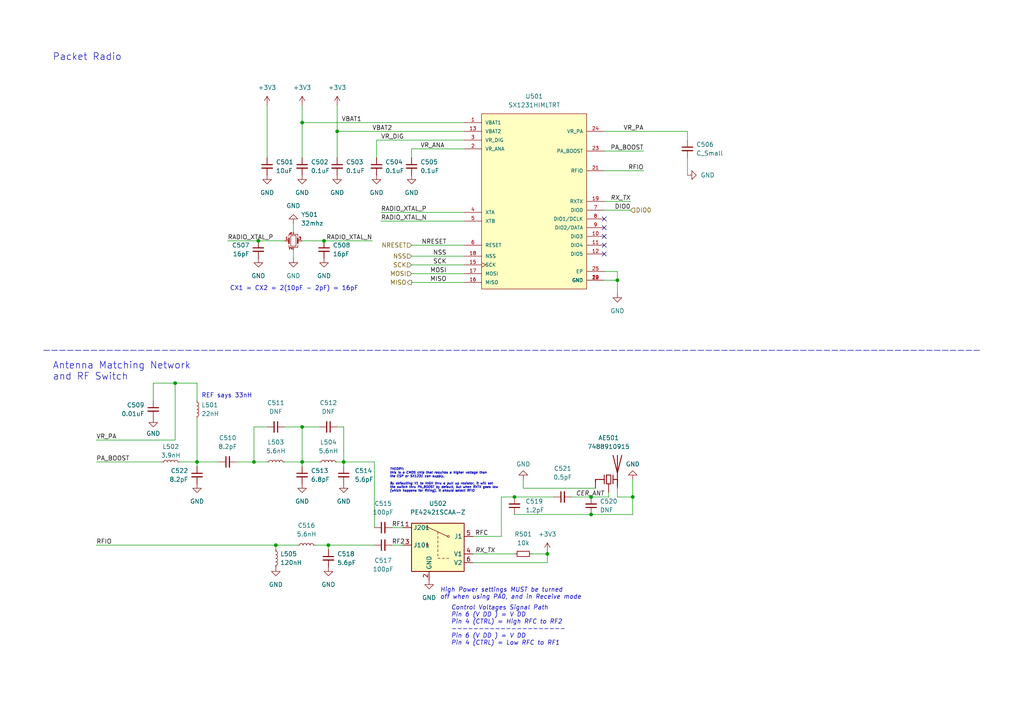
<source format=kicad_sch>
(kicad_sch (version 20211123) (generator eeschema)
  (paper "A4")
  (title_block (title "CAN RGB Controller V5") (date "2022-06-24") (rev "A") (company "cone.codes") (comment 1 "https://github.com/miata-bot/can-link"))
  (lib_symbols
    (symbol "ConeCodes:7488910915" (pin_numbers hide) (pin_names (offset 1.016) hide)
      (property "Reference" "AE?" (at 5.08 3.8101 0))
      (property "Value" "7488910915" (at 5.08 1.2701 0))
      (symbol "7488910915_0_1"
        (polyline (pts (xy -3.81 0) (xy -3.81 -0.635)) (stroke (width 0.254)))
        (polyline (pts (xy -3.81 0) (xy -2.54 0)) (stroke (width 0.254)))
        (polyline (pts (xy -2.54 0) (xy -1.27 0)) (stroke (width 0.254)))
        (polyline (pts (xy 1.27 0) (xy 2.54 0)) (stroke (width 0.254)))
        (polyline (pts (xy 1.27 1.27) (xy 1.27 -1.27)) (stroke (width 0.254)))
        (polyline (pts (xy 2.54 -0.635) (xy 2.54 0)))
        (polyline (pts (xy 2.54 6.985) (xy 2.54 -1.905)) (stroke (width 0.254)))
        (polyline (pts (xy -1.27 1.27) (xy -1.27 -1.27) (xy -1.27 0)) (stroke (width 0.254)))
        (polyline (pts (xy 3.81 6.985) (xy 2.54 1.905) (xy 1.27 6.985)) (stroke (width 0.254)))
        (polyline (pts (xy -0.635 1.27) (xy 0.635 1.27) (xy 0.635 -1.27) (xy -0.635 -1.27) (xy -0.635 1.27)) (stroke (width 0.254)))
      )
      (symbol "7488910915_1_1"
        (pin passive line (at -3.81 -2.54 90) (length 2.54) (name "PCB_Trace") (number "1"))
        (pin passive line (at 2.54 -2.54 90) (length 2.54) (name "PCB_Trace") (number "2"))
        (pin input line (at 0 -3.81 90) (length 2.54) (name "FEED") (number "3"))
      )
    )
    (symbol "ConeCodes:SX1231HIMLTRT" (pin_names (offset 1.016))
      (property "Reference" "U?" (at 0 33.02 0))
      (property "Value" "SX1231HIMLTRT" (at 0 30.48 0))
      (property "MPN" "SX1231HIMLTRT" (at 0 27.94 0))
      (symbol "SX1231HIMLTRT_0_0"
        (rectangle (start -15.24 -25.4) (end 15.24 25.4) (stroke (width 0.1524)) (fill (type background)))
        (pin power_in line (at -20.32 22.86 0) (length 5.08) (name "VBAT1") (number "1"))
        (pin bidirectional line (at 20.32 -10.16 180) (length 5.08) (name "DIO3") (number "10"))
        (pin bidirectional line (at 20.32 -12.7 180) (length 5.08) (name "DIO4") (number "11"))
        (pin bidirectional line (at 20.32 -15.24 180) (length 5.08) (name "DIO5") (number "12"))
        (pin power_in line (at -20.32 20.32 0) (length 5.08) (name "VBAT2") (number "13"))
        (pin power_in line (at 20.32 -22.86 180) (length 5.08) (name "GND") (number "14"))
        (pin input clock (at -20.32 -18.415 0) (length 5.08) (name "SCK") (number "15"))
        (pin output line (at -20.32 -23.495 0) (length 5.08) (name "MISO") (number "16"))
        (pin input line (at -20.32 -20.955 0) (length 5.08) (name "MOSI") (number "17"))
        (pin input line (at -20.32 -15.875 0) (length 5.08) (name "NSS") (number "18"))
        (pin output line (at 20.32 0 180) (length 5.08) (name "RXTX") (number "19"))
        (pin power_in line (at -20.32 15.24 0) (length 5.08) (name "VR_ANA") (number "2"))
        (pin power_in line (at 20.32 -22.86 180) (length 5.08) (name "GND") (number "20"))
        (pin bidirectional line (at 20.32 8.89 180) (length 5.08) (name "RFIO") (number "21"))
        (pin power_in line (at 20.32 -22.86 180) (length 5.08) (name "GND") (number "22"))
        (pin output line (at 20.32 14.605 180) (length 5.08) (name "PA_BOOST") (number "23"))
        (pin power_in line (at 20.32 20.32 180) (length 5.08) (name "VR_PA") (number "24"))
        (pin power_in line (at 20.32 -20.32 180) (length 5.08) (name "EP") (number "25"))
        (pin power_in line (at -20.32 17.78 0) (length 5.08) (name "VR_DIG") (number "3"))
        (pin bidirectional line (at -20.32 -3.175 0) (length 5.08) (name "XTA") (number "4"))
        (pin bidirectional line (at -20.32 -5.715 0) (length 5.08) (name "XTB") (number "5"))
        (pin bidirectional line (at -20.32 -12.7 0) (length 5.08) (name "RESET") (number "6"))
        (pin bidirectional line (at 20.32 -2.54 180) (length 5.08) (name "DIO0") (number "7"))
        (pin bidirectional line (at 20.32 -5.08 180) (length 5.08) (name "DIO1/DCLK") (number "8"))
        (pin bidirectional line (at 20.32 -7.62 180) (length 5.08) (name "DIO2/DATA") (number "9"))
      )
    )
    (symbol "Device:C_Small" (pin_numbers hide) (pin_names (offset 0.254) hide)
      (property "Reference" "C" (at 0.254 1.778 0))
      (property "Value" "C_Small" (at 0.254 -2.032 0))
      (symbol "C_Small_0_1"
        (polyline (pts (xy -1.524 -0.508) (xy 1.524 -0.508)) (stroke (width 0.3302)))
        (polyline (pts (xy -1.524 0.508) (xy 1.524 0.508)) (stroke (width 0.3048)))
      )
      (symbol "C_Small_1_1"
        (pin passive line (at 0 2.54 270) (length 2.032) (name "~") (number "1"))
        (pin passive line (at 0 -2.54 90) (length 2.032) (name "~") (number "2"))
      )
    )
    (symbol "Device:Crystal_GND24_Small" (pin_names (offset 1.016) hide)
      (property "Reference" "Y" (at 1.27 4.445 0))
      (property "Value" "Crystal_GND24_Small" (at 1.27 2.54 0))
      (symbol "Crystal_GND24_Small_0_1"
        (rectangle (start -0.762 -1.524) (end 0.762 1.524))
        (polyline (pts (xy -1.27 -0.762) (xy -1.27 0.762)) (stroke (width 0.381)))
        (polyline (pts (xy 1.27 -0.762) (xy 1.27 0.762)) (stroke (width 0.381)))
        (polyline (pts (xy -1.27 -1.27) (xy -1.27 -1.905) (xy 1.27 -1.905) (xy 1.27 -1.27)))
        (polyline (pts (xy -1.27 1.27) (xy -1.27 1.905) (xy 1.27 1.905) (xy 1.27 1.27)))
      )
      (symbol "Crystal_GND24_Small_1_1"
        (pin passive line (at -2.54 0 0) (length 1.27) (name "1") (number "1"))
        (pin passive line (at 0 -2.54 90) (length 0.635) (name "2") (number "2"))
        (pin passive line (at 2.54 0 180) (length 1.27) (name "3") (number "3"))
        (pin passive line (at 0 2.54 270) (length 0.635) (name "4") (number "4"))
      )
    )
    (symbol "Device:L_Small" (pin_numbers hide) (pin_names (offset 0.254) hide)
      (property "Reference" "L" (at 0.762 1.016 0))
      (property "Value" "L_Small" (at 0.762 -1.016 0))
      (symbol "L_Small_0_1"
        (arc (start 0 -2.032) (mid 0.508 -1.524) (end 0 -1.016))
        (arc (start 0 -1.016) (mid 0.508 -0.508) (end 0 0))
        (arc (start 0 0) (mid 0.508 0.508) (end 0 1.016))
        (arc (start 0 1.016) (mid 0.508 1.524) (end 0 2.032))
      )
      (symbol "L_Small_1_1"
        (pin passive line (at 0 2.54 270) (length 0.508) (name "~") (number "1"))
        (pin passive line (at 0 -2.54 90) (length 0.508) (name "~") (number "2"))
      )
    )
    (symbol "Device:R_Small" (pin_numbers hide) (pin_names (offset 0.254) hide)
      (property "Reference" "R" (at 0.762 0.508 0))
      (property "Value" "R_Small" (at 0.762 -1.016 0))
      (symbol "R_Small_0_1"
        (rectangle (start -0.762 1.778) (end 0.762 -1.778) (stroke (width 0.2032)))
      )
      (symbol "R_Small_1_1"
        (pin passive line (at 0 2.54 270) (length 0.762) (name "~") (number "1"))
        (pin passive line (at 0 -2.54 90) (length 0.762) (name "~") (number "2"))
      )
    )
    (symbol "RF_Switch:AS179-92LF"
      (property "Reference" "U" (at -7.62 7.62 0))
      (property "Value" "AS179-92LF" (at 2.54 7.62 0))
      (symbol "AS179-92LF_1_1"
        (circle (center -3.048 2.54) (radius 0.2794))
        (polyline (pts (xy -3.175 -3.81) (xy -2.54 -3.81)))
        (polyline (pts (xy -2.794 2.54) (xy 2.921 5.207)))
        (polyline (pts (xy -1.905 -3.81) (xy -1.27 -3.81)))
        (polyline (pts (xy -0.635 -3.81) (xy 0 -3.81)))
        (polyline (pts (xy 0 -3.175) (xy 0 -2.54)))
        (polyline (pts (xy 0 -1.905) (xy 0 -1.27)))
        (polyline (pts (xy 0 -0.635) (xy 0 0)))
        (polyline (pts (xy 0 0.635) (xy 0 1.27)))
        (polyline (pts (xy 0 1.905) (xy 0 2.54)))
        (polyline (pts (xy 0 3.175) (xy 0 3.81)))
        (circle (center 3.048 0) (radius 0.2794))
        (circle (center 3.175 5.207) (radius 0.2794))
        (rectangle (start 7.62 -7.62) (end -7.62 6.35) (stroke (width 0.254)) (fill (type background)))
        (pin passive line (at 10.16 5.08 180) (length 2.54) (name "J201") (number "1"))
        (pin power_in line (at 2.54 -10.16 90) (length 2.54) (name "GND") (number "2"))
        (pin passive line (at 10.16 0 180) (length 2.54) (name "J101") (number "3"))
        (pin input line (at -10.16 -2.54 0) (length 2.54) (name "V1") (number "4"))
        (pin passive line (at -10.16 2.54 0) (length 2.54) (name "J1") (number "5"))
        (pin input line (at -10.16 -5.08 0) (length 2.54) (name "V2") (number "6"))
      )
    )
    (symbol "power:+3V3" (power) (pin_names (offset 0))
      (property "Value" "+3V3" (at 0 3.556 0))
      (symbol "+3V3_0_1"
        (polyline (pts (xy -0.762 1.27) (xy 0 2.54)))
        (polyline (pts (xy 0 0) (xy 0 2.54)))
        (polyline (pts (xy 0 2.54) (xy 0.762 1.27)))
      )
      (symbol "+3V3_1_1"
        (pin power_in line (at 0 0 90) (length 0) hide (name "+3V3") (number "1"))
      )
    )
    (symbol "power:GND" (power) (pin_names (offset 0))
      (property "Value" "GND" (at 0 -3.81 0))
      (symbol "GND_0_1"
        (polyline (pts (xy 0 0) (xy 0 -1.27) (xy 1.27 -1.27) (xy 0 -2.54) (xy -1.27 -1.27) (xy 0 -1.27)))
      )
      (symbol "GND_1_1"
        (pin power_in line (at 0 0 270) (length 0) hide (name "GND") (number "1"))
      )
    )
  )
  (junction (at 95.25 158.115))
  (junction (at 97.79 38.1))
  (junction (at 183.515 144.145))
  (junction (at 50.8 111.125))
  (junction (at 171.45 144.145))
  (junction (at 80.01 158.115))
  (junction (at 93.98 69.85))
  (junction (at 149.225 144.145))
  (junction (at 87.63 35.56))
  (junction (at 99.695 133.985))
  (junction (at 74.93 69.85))
  (junction (at 87.63 133.985))
  (junction (at 171.45 149.225))
  (junction (at 87.63 123.825))
  (junction (at 179.07 81.28))
  (junction (at 73.66 133.985))
  (junction (at 57.15 133.985))
  (junction (at 158.75 160.655))
  (no_connect (at 175.26 66.04))
  (no_connect (at 175.26 68.58))
  (no_connect (at 175.26 71.12))
  (no_connect (at 175.26 73.66))
  (no_connect (at 175.26 63.5))
  (wire (pts (xy 110.49 64.135) (xy 134.62 64.135)))
  (polyline (pts (xy 12.7 101.6) (xy 284.48 101.6)))
  (wire (pts (xy 85.09 72.39) (xy 85.09 74.93)))
  (wire (pts (xy 171.45 144.145) (xy 176.53 144.145)))
  (wire (pts (xy 179.07 81.28) (xy 179.07 78.74)))
  (wire (pts (xy 199.39 40.64) (xy 199.39 38.1)))
  (wire (pts (xy 149.225 149.225) (xy 171.45 149.225)))
  (wire (pts (xy 97.79 30.48) (xy 97.79 38.1)))
  (wire (pts (xy 151.765 141.605) (xy 172.72 141.605)))
  (wire (pts (xy 176.53 142.875) (xy 176.53 144.145)))
  (wire (pts (xy 175.26 49.53) (xy 186.69 49.53)))
  (wire (pts (xy 119.38 79.375) (xy 134.62 79.375)))
  (wire (pts (xy 97.79 133.985) (xy 99.695 133.985)))
  (wire (pts (xy 183.515 144.145) (xy 179.07 144.145)))
  (wire (pts (xy 93.98 69.85) (xy 107.95 69.85)))
  (wire (pts (xy 27.94 127.635) (xy 50.8 127.635)))
  (wire (pts (xy 82.55 123.825) (xy 87.63 123.825)))
  (wire (pts (xy 119.38 71.12) (xy 134.62 71.12)))
  (wire (pts (xy 27.94 158.115) (xy 80.01 158.115)))
  (wire (pts (xy 73.66 123.825) (xy 73.66 133.985)))
  (wire (pts (xy 134.62 43.18) (xy 119.38 43.18)))
  (wire (pts (xy 175.26 58.42) (xy 182.88 58.42)))
  (wire (pts (xy 113.665 158.115) (xy 116.84 158.115)))
  (wire (pts (xy 74.93 69.85) (xy 82.55 69.85)))
  (wire (pts (xy 183.515 144.145) (xy 183.515 149.225)))
  (wire (pts (xy 97.79 123.825) (xy 99.695 123.825)))
  (wire (pts (xy 52.07 133.985) (xy 57.15 133.985)))
  (wire (pts (xy 145.415 144.145) (xy 145.415 155.575)))
  (wire (pts (xy 99.695 133.985) (xy 108.585 133.985)))
  (wire (pts (xy 44.45 111.125) (xy 44.45 116.205)))
  (wire (pts (xy 87.63 123.825) (xy 87.63 133.985)))
  (wire (pts (xy 80.01 158.115) (xy 80.01 159.385)))
  (wire (pts (xy 57.15 116.205) (xy 57.15 111.125)))
  (wire (pts (xy 165.735 144.145) (xy 171.45 144.145)))
  (wire (pts (xy 87.63 133.985) (xy 92.71 133.985)))
  (wire (pts (xy 87.63 123.825) (xy 92.71 123.825)))
  (wire (pts (xy 119.38 43.18) (xy 119.38 45.72)))
  (wire (pts (xy 97.79 38.1) (xy 97.79 45.72)))
  (wire (pts (xy 27.94 133.985) (xy 46.99 133.985)))
  (wire (pts (xy 91.44 158.115) (xy 95.25 158.115)))
  (wire (pts (xy 145.415 144.145) (xy 149.225 144.145)))
  (wire (pts (xy 151.765 141.605) (xy 151.765 139.065)))
  (wire (pts (xy 134.62 40.64) (xy 109.22 40.64)))
  (wire (pts (xy 108.585 153.035) (xy 108.585 133.985)))
  (wire (pts (xy 80.01 158.115) (xy 86.36 158.115)))
  (wire (pts (xy 85.09 64.77) (xy 85.09 67.31)))
  (wire (pts (xy 119.38 74.295) (xy 134.62 74.295)))
  (wire (pts (xy 57.15 133.985) (xy 57.15 135.255)))
  (wire (pts (xy 175.26 60.96) (xy 182.88 60.96)))
  (wire (pts (xy 57.15 133.985) (xy 63.5 133.985)))
  (wire (pts (xy 175.26 81.28) (xy 179.07 81.28)))
  (wire (pts (xy 119.38 76.835) (xy 134.62 76.835)))
  (wire (pts (xy 57.15 121.285) (xy 57.15 133.985)))
  (wire (pts (xy 109.22 40.64) (xy 109.22 45.72)))
  (wire (pts (xy 137.16 155.575) (xy 145.415 155.575)))
  (wire (pts (xy 68.58 133.985) (xy 73.66 133.985)))
  (wire (pts (xy 82.55 133.985) (xy 87.63 133.985)))
  (wire (pts (xy 137.16 163.195) (xy 158.75 163.195)))
  (wire (pts (xy 66.04 69.85) (xy 74.93 69.85)))
  (wire (pts (xy 149.225 144.145) (xy 160.655 144.145)))
  (wire (pts (xy 119.38 81.915) (xy 134.62 81.915)))
  (wire (pts (xy 73.66 133.985) (xy 77.47 133.985)))
  (wire (pts (xy 87.63 35.56) (xy 87.63 45.72)))
  (wire (pts (xy 179.07 78.74) (xy 175.26 78.74)))
  (wire (pts (xy 97.79 38.1) (xy 134.62 38.1)))
  (wire (pts (xy 95.25 158.115) (xy 108.585 158.115)))
  (wire (pts (xy 87.63 30.48) (xy 87.63 35.56)))
  (wire (pts (xy 183.515 139.065) (xy 183.515 144.145)))
  (wire (pts (xy 57.15 111.125) (xy 50.8 111.125)))
  (wire (pts (xy 113.665 153.035) (xy 116.84 153.035)))
  (wire (pts (xy 87.63 69.85) (xy 93.98 69.85)))
  (wire (pts (xy 199.39 45.72) (xy 199.39 50.8)))
  (wire (pts (xy 95.25 158.115) (xy 95.25 159.385)))
  (wire (pts (xy 175.26 38.1) (xy 199.39 38.1)))
  (wire (pts (xy 77.47 30.48) (xy 77.47 45.72)))
  (wire (pts (xy 154.305 160.655) (xy 158.75 160.655)))
  (wire (pts (xy 87.63 35.56) (xy 134.62 35.56)))
  (wire (pts (xy 99.695 133.985) (xy 99.695 135.255)))
  (wire (pts (xy 50.8 111.125) (xy 50.8 127.635)))
  (wire (pts (xy 99.695 123.825) (xy 99.695 133.985)))
  (wire (pts (xy 179.07 85.09) (xy 179.07 81.28)))
  (wire (pts (xy 77.47 123.825) (xy 73.66 123.825)))
  (wire (pts (xy 158.75 160.655) (xy 158.75 160.02)))
  (wire (pts (xy 171.45 149.225) (xy 183.515 149.225)))
  (wire (pts (xy 87.63 133.985) (xy 87.63 135.255)))
  (wire (pts (xy 137.16 160.655) (xy 149.225 160.655)))
  (wire (pts (xy 50.8 111.125) (xy 44.45 111.125)))
  (wire (pts (xy 158.75 163.195) (xy 158.75 160.655)))
  (wire (pts (xy 110.49 61.595) (xy 134.62 61.595)))
  (wire (pts (xy 179.07 144.145) (xy 179.07 141.605)))
  (wire (pts (xy 175.26 43.815) (xy 186.69 43.815)))
  (text "CX1 = CX2 = 2(10pF - 2pF) = 16pF" (at 66.675 84.455 0) (effects (font (size 1.27 1.27)) (justify left bottom)))
  (text "Control Voltages Signal Path\nPin 6 (V DD ) = V DD\nPin 4 (CTRL) = High RFC to RF2\n---------------------\nPin 6 (V DD ) = V DD\nPin 4 (CTRL) = Low RFC to RF1" (at 130.81 187.325 0) (effects (font (size 1.27 1.27) italic) (justify left bottom)))
  (text "Antenna Matching Network\nand RF Switch" (at 15.24 110.49 0) (effects (font (size 2 2)) (justify left bottom)))
  (text "THEORY:\nthis is a CMOS chip that requires a higher voltage than\nthe ESP or SX1231 can supply.\n\nBy defaulting V1 to HIGH thru a pull up resistor, it will set\nthe switch thru PA_BOOST by default, but when RXTX goes low\n(which happens for RXing), it should select RFIO" (at 113.03 142.875 0) (effects (font (size 0.65 0.65) italic) (justify left bottom)))
  (text "REF says 33nH\n" (at 58.42 115.57 0) (effects (font (size 1.27 1.27)) (justify left bottom)))
  (text "Packet Radio" (at 15.24 17.78 0) (effects (font (size 2 2)) (justify left bottom)))
  (text "High Power settings MUST be turned \noff when using PA0, and in Receive mode" (at 127.635 173.99 0) (effects (font (size 1.27 1.27) italic) (justify left bottom)))
  (label "RADIO_XTAL_P" (at 66.04 69.85 0))
  (label "RX_TX" (at 137.795 160.655 0) (effects (font italic)))
  (label "NSS" (at 129.54 74.295 180))
  (label "DIO0" (at 182.88 60.96 180))
  (label "PA_BOOST" (at 27.94 133.985 0))
  (label "PA_BOOST" (at 186.69 43.815 180))
  (label "RFIO" (at 186.69 49.53 180))
  (label "CER_ANT" (at 175.26 144.145 180) (effects (font italic)))
  (label "MISO" (at 129.54 81.915 180))
  (label "VR_PA" (at 186.69 38.1 180))
  (label "SCK" (at 129.54 76.835 180))
  (label "RADIO_XTAL_N" (at 110.49 64.135 0))
  (label "RADIO_XTAL_P" (at 110.49 61.595 0))
  (label "MOSI" (at 129.54 79.375 180))
  (label "VR_PA" (at 27.94 127.635 0))
  (label "NRESET" (at 129.54 71.12 180))
  (label "VR_ANA" (at 121.92 43.18 0))
  (label "RADIO_XTAL_N" (at 107.95 69.85 180))
  (label "RX_TX" (at 182.88 58.42 180) (effects (font italic)))
  (label "VR_DIG" (at 110.49 40.64 0))
  (label "RF2" (at 113.665 158.115 0))
  (label "RFIO" (at 27.94 158.115 0))
  (label "RFC" (at 137.795 155.575 0))
  (label "RF1" (at 113.665 153.035 0))
  (label "VBAT1" (at 99.06 35.56 0))
  (label "VBAT2" (at 107.95 38.1 0))
  (hierarchical_label "SCK" (shape input) (at 119.38 76.835 180))
  (hierarchical_label "MOSI" (shape input) (at 119.38 79.375 180))
  (hierarchical_label "DIO0" (shape input) (at 182.88 60.96 0))
  (hierarchical_label "MISO" (shape output) (at 119.38 81.915 180))
  (hierarchical_label "NSS" (shape input) (at 119.38 74.295 180))
  (hierarchical_label "NRESET" (shape input) (at 119.38 71.12 180))
  (symbol (lib_id "Device:L_Small") (at 57.15 118.745 0) (unit 1)
    (property "Reference" "L501" (at 58.42 117.4749 0) (effects (justify left)))
    (property "Value" "22nH" (at 58.42 120.0149 0) (effects (justify left)))
    (property "Footprint" "Inductor_SMD:L_0402_1005Metric" (effects hide))
    (property "Description" "Wirewound Inductor ±5%" (effects hide))
    (property "MPN" "LQW15AN22NG00D" (effects hide))
  )
  (symbol (lib_id "Device:C_Small") (at 80.01 123.825 270) (unit 1)
    (property "Reference" "C511" (at 80.0036 116.84 90))
    (property "Value" "DNF" (at 80.0036 119.38 90))
    (property "Footprint" "Capacitor_SMD:C_0402_1005Metric" (effects hide))
  )
  (symbol (lib_id "power:+3V3") (at 97.79 30.48 0) (unit 1)
    (property "Reference" "#PWR014" (effects hide))
    (property "Value" "+3V3" (at 97.79 25.4 0))
  )
  (symbol (lib_id "power:GND") (at 74.93 74.93 0) (unit 1)
    (property "Reference" "#PWR022" (effects hide))
    (property "Value" "GND" (at 74.93 80.01 0))
  )
  (symbol (lib_id "Device:C_Small") (at 93.98 72.39 0) (mirror y) (unit 1)
    (property "Reference" "C508" (at 96.52 71.1262 0) (effects (justify right)))
    (property "Value" "16pF" (at 96.52 73.6662 0) (effects (justify right)))
    (property "Footprint" "Capacitor_SMD:C_0402_1005Metric" (effects hide))
    (property "Description" "CAP CER 16PF 50V NP0 0402" (effects hide))
    (property "MPN" "GCM1555C1H160JA16D" (effects hide))
  )
  (symbol (lib_id "Device:C_Small") (at 87.63 137.795 0) (unit 1)
    (property "Reference" "C513" (at 90.17 136.5312 0) (effects (justify left)))
    (property "Value" "6.8pF" (at 90.17 139.0712 0) (effects (justify left)))
    (property "Footprint" "Capacitor_SMD:C_0402_1005Metric" (effects hide))
    (property "Description" "CAP CER 6.8PF 50V C0G/NP0 0402" (effects hide))
    (property "MPN" "C0402C689D5GAC7867" (effects hide))
  )
  (symbol (lib_id "Device:C_Small") (at 119.38 48.26 0) (unit 1)
    (property "Reference" "C505" (at 121.92 46.9962 0) (effects (justify left)))
    (property "Value" "0.1uF" (at 121.92 49.5362 0) (effects (justify left)))
    (property "Footprint" "Capacitor_SMD:C_0402_1005Metric" (effects hide))
    (property "Description" "CAP CER 0.1UF 25V X7R" (effects hide))
    (property "MPN" "0402B104K250HI" (effects hide))
  )
  (symbol (lib_id "power:GND") (at 87.63 140.335 0) (unit 1)
    (property "Reference" "#PWR06" (effects hide))
    (property "Value" "GND" (at 87.63 145.415 0))
  )
  (symbol (lib_id "Device:L_Small") (at 95.25 133.985 90) (unit 1)
    (property "Reference" "L504" (at 95.25 128.27 90))
    (property "Value" "5.6nH" (at 95.25 130.81 90))
    (property "Footprint" "Inductor_SMD:L_0402_1005Metric" (effects hide))
    (property "Description" "Wirewound Inductor ±0.2nH" (effects hide))
    (property "MPN" "LQW15AN5N6C10D" (effects hide))
  )
  (symbol (lib_id "Device:C_Small") (at 109.22 48.26 0) (unit 1)
    (property "Reference" "C504" (at 111.76 46.9962 0) (effects (justify left)))
    (property "Value" "0.1uF" (at 111.76 49.5362 0) (effects (justify left)))
    (property "Footprint" "Capacitor_SMD:C_0402_1005Metric" (effects hide))
    (property "Description" "CAP CER 0.1UF 25V X7R" (effects hide))
    (property "MPN" "0402B104K250HI" (effects hide))
  )
  (symbol (lib_id "power:GND") (at 95.25 164.465 0) (unit 1)
    (property "Reference" "#PWR010" (effects hide))
    (property "Value" "GND" (at 95.25 169.545 0))
  )
  (symbol (lib_id "power:GND") (at 93.98 74.93 0) (unit 1)
    (property "Reference" "#PWR024" (effects hide))
    (property "Value" "GND" (at 93.98 80.01 0))
  )
  (symbol (lib_id "Device:C_Small") (at 95.25 123.825 270) (unit 1)
    (property "Reference" "C512" (at 95.2436 116.84 90))
    (property "Value" "DNF" (at 95.2436 119.38 90))
    (property "Footprint" "Capacitor_SMD:C_0402_1005Metric" (effects hide))
  )
  (symbol (lib_id "power:GND") (at 77.47 50.8 0) (unit 1)
    (property "Reference" "#PWR015" (effects hide))
    (property "Value" "GND" (at 77.47 55.88 0))
  )
  (symbol (lib_id "power:GND") (at 97.79 50.8 0) (unit 1)
    (property "Reference" "#PWR017" (effects hide))
    (property "Value" "GND" (at 97.79 55.88 0))
  )
  (symbol (lib_id "Device:C_Small") (at 171.45 146.685 180) (unit 1)
    (property "Reference" "C520" (at 173.99 145.4085 0) (effects (justify right)))
    (property "Value" "DNF" (at 173.99 147.9485 0) (effects (justify right)))
    (property "Footprint" "Capacitor_SMD:C_0402_1005Metric" (effects hide))
  )
  (symbol (lib_id "power:GND") (at 87.63 50.8 0) (unit 1)
    (property "Reference" "#PWR016" (effects hide))
    (property "Value" "GND" (at 87.63 55.88 0))
  )
  (symbol (lib_id "power:+3V3") (at 87.63 30.48 0) (unit 1)
    (property "Reference" "#PWR013" (effects hide))
    (property "Value" "+3V3" (at 87.63 25.4 0))
  )
  (symbol (lib_id "Device:L_Small") (at 80.01 161.925 0) (unit 1)
    (property "Reference" "L505" (at 81.28 160.6549 0) (effects (justify left)))
    (property "Value" "120nH" (at 81.28 163.1949 0) (effects (justify left)))
    (property "Footprint" "Inductor_SMD:L_0402_1005Metric" (effects hide))
    (property "Description" "Wirewound Inductor ±0.2nH" (effects hide))
  )
  (symbol (lib_id "power:GND") (at 85.09 64.77 180) (unit 1)
    (property "Reference" "#PWR021" (effects hide))
    (property "Value" "GND" (at 85.09 59.69 0))
  )
  (symbol (lib_id "Device:C_Small") (at 95.25 161.925 0) (unit 1)
    (property "Reference" "C518" (at 97.79 160.6612 0) (effects (justify left)))
    (property "Value" "5.6pF" (at 97.79 163.2012 0) (effects (justify left)))
    (property "Footprint" "Capacitor_SMD:C_0402_1005Metric" (effects hide))
  )
  (symbol (lib_id "Device:L_Small") (at 80.01 133.985 90) (unit 1)
    (property "Reference" "L503" (at 80.01 128.27 90))
    (property "Value" "5.6nH" (at 80.01 130.81 90))
    (property "Footprint" "Inductor_SMD:L_0402_1005Metric" (effects hide))
    (property "Description" "Wirewound Inductor ±0.2nH" (effects hide))
    (property "MPN" "LQW15AN5N6C10D" (effects hide))
  )
  (symbol (lib_id "Device:C_Small") (at 57.15 137.795 0) (unit 1)
    (property "Reference" "C522" (at 54.61 136.5312 0) (effects (justify right)))
    (property "Value" "8.2pF" (at 54.61 139.0712 0) (effects (justify right)))
    (property "Footprint" "Capacitor_SMD:C_0402_1005Metric" (effects hide))
    (property "Description" "CAP CER 8.2PF 50V C0G/NP0 0402" (effects hide))
    (property "MPN" "04025A8R2DAT2A" (effects hide))
  )
  (symbol (lib_id "ConeCodes:7488910915") (at 176.53 139.065 0) (unit 1)
    (property "Reference" "AE501" (at 176.53 127 0))
    (property "Value" "7488910915" (at 176.53 129.54 0))
    (property "Footprint" "ConeCodes:7488910915" (effects hide))
  )
  (symbol (lib_id "power:+3V3") (at 158.75 160.02 0) (unit 1)
    (property "Reference" "#PWR08" (effects hide))
    (property "Value" "+3V3" (at 158.75 154.94 0))
  )
  (symbol (lib_id "power:+3V3") (at 77.47 30.48 0) (unit 1)
    (property "Reference" "#PWR012" (effects hide))
    (property "Value" "+3V3" (at 77.47 25.4 0))
  )
  (symbol (lib_id "power:GND") (at 183.515 139.065 0) (mirror x) (unit 1)
    (property "Reference" "#PWR04" (effects hide))
    (property "Value" "GND" (at 183.515 134.62 0))
  )
  (symbol (lib_id "Device:Crystal_GND24_Small") (at 85.09 69.85 0) (unit 1)
    (property "Reference" "Y501" (at 87.2999 62.23 0) (effects (justify left)))
    (property "Value" "32mhz" (at 87.2999 64.77 0) (effects (justify left)))
    (property "Footprint" "Crystal:Crystal_SMD_2520-4Pin_2.5x2.0mm" (effects hide))
    (property "Datasheet" "https://media.digikey.com/pdf/Data%20Sheets/NDK%20PDFs/NX2520SA_16-48MHZ.pdf" (effects hide))
    (property "MPN" "NX2520SA-32.000000MHZ" (effects hide))
    (property "Description" "CRYSTAL 32.0000MHZ 10PF SMD" (effects hide))
  )
  (symbol (lib_id "Device:C_Small") (at 97.79 48.26 0) (unit 1)
    (property "Reference" "C503" (at 100.33 46.9962 0) (effects (justify left)))
    (property "Value" "0.1uF" (at 100.33 49.5362 0) (effects (justify left)))
    (property "Footprint" "Capacitor_SMD:C_0402_1005Metric" (effects hide))
    (property "Description" "CAP CER 0.1UF 25V X7R" (effects hide))
    (property "MPN" "0402B104K250HI" (effects hide))
  )
  (symbol (lib_id "power:GND") (at 179.07 85.09 0) (unit 1)
    (property "Reference" "#PWR025" (effects hide))
    (property "Value" "GND" (at 179.07 90.17 0))
  )
  (symbol (lib_id "Device:C_Small") (at 163.195 144.145 90) (unit 1)
    (property "Reference" "C521" (at 163.2013 135.89 90))
    (property "Value" "0.5pF" (at 163.2013 138.43 90))
    (property "Footprint" "Capacitor_SMD:C_0402_1005Metric" (effects hide))
  )
  (symbol (lib_id "power:GND") (at 124.46 168.275 0) (unit 1)
    (property "Reference" "#PWR011" (effects hide))
    (property "Value" "GND" (at 124.46 173.355 0))
  )
  (symbol (lib_id "power:GND") (at 44.45 121.285 0) (unit 1)
    (property "Reference" "#PWR02" (effects hide))
    (property "Value" "GND" (at 44.45 125.73 0))
  )
  (symbol (lib_id "Device:C_Small") (at 66.04 133.985 90) (unit 1)
    (property "Reference" "C510" (at 66.0463 127 90))
    (property "Value" "8.2pF" (at 66.0463 129.54 90))
    (property "Footprint" "Capacitor_SMD:C_0402_1005Metric" (effects hide))
    (property "Description" "CAP CER 8.2PF 50V C0G/NP0 0402" (effects hide))
    (property "MPN" "04025A8R2DAT2A" (effects hide))
  )
  (symbol (lib_id "Device:R_Small") (at 151.765 160.655 90) (unit 1)
    (property "Reference" "R501" (at 151.765 154.94 90))
    (property "Value" "10k" (at 151.765 157.48 90))
    (property "Footprint" "Resistor_SMD:R_0402_1005Metric" (effects hide))
  )
  (symbol (lib_id "Device:C_Small") (at 99.695 137.795 0) (unit 1)
    (property "Reference" "C514" (at 102.87 136.5312 0) (effects (justify left)))
    (property "Value" "5.6pF" (at 102.87 139.0712 0) (effects (justify left)))
    (property "Footprint" "Capacitor_SMD:C_0402_1005Metric" (effects hide))
  )
  (symbol (lib_id "Device:C_Small") (at 44.45 118.745 0) (unit 1)
    (property "Reference" "C509" (at 41.91 117.4812 0) (effects (justify right)))
    (property "Value" "0.01uF" (at 41.91 120.0212 0) (effects (justify right)))
    (property "Footprint" "Capacitor_SMD:C_0402_1005Metric" (effects hide))
    (property "Description" "CAP CER 0402 10NF 50V X7R 20%" (effects hide))
    (property "MPN" "C0402C103M5RECAUTO" (effects hide))
  )
  (symbol (lib_id "RF_Switch:AS179-92LF") (at 127 158.115 0) (mirror y) (unit 1)
    (property "Reference" "U502" (at 127 146.05 0))
    (property "Value" "PE42421SCAA-Z" (at 127 148.59 0))
    (property "Footprint" "Package_TO_SOT_SMD:SOT-363_SC-70-6" (effects hide))
    (property "MPN" "PE42421SCAA-Z " (effects hide))
  )
  (symbol (lib_id "power:GND") (at 151.765 139.065 0) (mirror x) (unit 1)
    (property "Reference" "#PWR03" (effects hide))
    (property "Value" "GND" (at 151.765 134.62 0))
  )
  (symbol (lib_id "power:GND") (at 99.695 140.335 0) (unit 1)
    (property "Reference" "#PWR07" (effects hide))
    (property "Value" "GND" (at 99.695 145.415 0))
  )
  (symbol (lib_id "Device:C_Small") (at 74.93 72.39 0) (unit 1)
    (property "Reference" "C507" (at 72.39 71.1262 0) (effects (justify right)))
    (property "Value" "16pF" (at 72.39 73.6662 0) (effects (justify right)))
    (property "Footprint" "Capacitor_SMD:C_0402_1005Metric" (effects hide))
    (property "Description" "CAP CER 16PF 50V NP0 0402" (effects hide))
    (property "MPN" "GCM1555C1H160JA16D" (effects hide))
  )
  (symbol (lib_id "power:GND") (at 80.01 164.465 0) (unit 1)
    (property "Reference" "#PWR09" (effects hide))
    (property "Value" "GND" (at 80.01 169.545 0))
  )
  (symbol (lib_id "Device:C_Small") (at 87.63 48.26 0) (unit 1)
    (property "Reference" "C502" (at 90.17 46.9962 0) (effects (justify left)))
    (property "Value" "0.1uF" (at 90.17 49.5362 0) (effects (justify left)))
    (property "Footprint" "Capacitor_SMD:C_0402_1005Metric" (effects hide))
    (property "Description" "CAP CER 0.1UF 25V X7R" (effects hide))
    (property "MPN" "0402B104K250HI" (effects hide))
  )
  (symbol (lib_id "power:GND") (at 199.39 50.8 90) (unit 1)
    (property "Reference" "#PWR020" (effects hide))
    (property "Value" "GND" (at 203.2 50.7999 90) (effects (justify right)))
  )
  (symbol (lib_id "Device:C_Small") (at 111.125 158.115 90) (unit 1)
    (property "Reference" "C517" (at 111.1313 162.56 90))
    (property "Value" "100pF" (at 111.1313 165.1 90))
    (property "Footprint" "Capacitor_SMD:C_0402_1005Metric" (effects hide))
  )
  (symbol (lib_id "Device:C_Small") (at 77.47 48.26 0) (unit 1)
    (property "Reference" "C501" (at 80.01 46.9962 0) (effects (justify left)))
    (property "Value" "10uF" (at 80.01 49.5362 0) (effects (justify left)))
    (property "Footprint" "Capacitor_SMD:C_0805_2012Metric" (effects hide))
    (property "Description" "CAP CER 10UF 10V 0805" (effects hide))
    (property "MPN" "GRT21BC81A106KE01L" (effects hide))
  )
  (symbol (lib_id "Device:L_Small") (at 88.9 158.115 90) (unit 1)
    (property "Reference" "C516" (at 88.9 152.4 90))
    (property "Value" "5.6nH" (at 88.9 154.94 90))
    (property "Footprint" "Inductor_SMD:L_0402_1005Metric" (effects hide))
    (property "Description" "Wirewound Inductor ±0.2nH" (effects hide))
    (property "MPN" "LQW15AN5N6C10D" (effects hide))
  )
  (symbol (lib_id "power:GND") (at 119.38 50.8 0) (unit 1)
    (property "Reference" "#PWR019" (effects hide))
    (property "Value" "GND" (at 119.38 55.88 0))
  )
  (symbol (lib_id "power:GND") (at 57.15 140.335 0) (unit 1)
    (property "Reference" "#PWR05" (effects hide))
    (property "Value" "GND" (at 57.15 145.415 0))
  )
  (symbol (lib_id "Device:C_Small") (at 149.225 146.685 180) (unit 1)
    (property "Reference" "C519" (at 152.4 145.4085 0) (effects (justify right)))
    (property "Value" "1.2pF" (at 152.4 147.9485 0) (effects (justify right)))
    (property "Footprint" "Capacitor_SMD:C_0402_1005Metric" (effects hide))
  )
  (symbol (lib_id "power:GND") (at 85.09 74.93 0) (unit 1)
    (property "Reference" "#PWR023" (effects hide))
    (property "Value" "GND" (at 85.09 80.01 0))
  )
  (symbol (lib_id "power:GND") (at 109.22 50.8 0) (unit 1)
    (property "Reference" "#PWR018" (effects hide))
    (property "Value" "GND" (at 109.22 55.88 0))
  )
  (symbol (lib_id "Device:C_Small") (at 199.39 43.18 0) (unit 1)
    (property "Reference" "C506" (at 201.93 41.9162 0) (effects (justify left)))
    (property "Value" "C_Small" (at 201.93 44.4562 0) (effects (justify left)))
    (property "Footprint" "Capacitor_SMD:C_0402_1005Metric" (effects hide))
  )
  (symbol (lib_id "Device:L_Small") (at 49.53 133.985 90) (unit 1)
    (property "Reference" "L502" (at 49.53 129.54 90))
    (property "Value" "3.9nH" (at 49.53 132.08 90))
    (property "Footprint" "Inductor_SMD:L_0402_1005Metric" (effects hide))
    (property "Description" "Wirewound Inductor ±0.2nH" (effects hide))
    (property "MPN" "LQW15AN3N9C00D" (effects hide))
  )
  (symbol (lib_id "ConeCodes:SX1231HIMLTRT") (at 154.94 58.42 0) (unit 1)
    (property "Reference" "U501" (at 154.94 27.94 0))
    (property "Value" "SX1231HIMLTRT" (at 154.94 30.48 0))
    (property "Footprint" "Package_DFN_QFN:QFN-24-1EP_5x5mm_P0.65mm_EP3.4x3.4mm_ThermalVias" (effects hide))
    (property "Datasheet" "https://semtech.my.salesforce.com/sfc/p/#E0000000JelG/a/44000000MDkO/lWPNMeJClEs8Zvyu7AlDlKSyZqhYdVpQzFLVfUp.EXs" (effects hide))
    (property "MPN" "SX1231HIMLTRT" (effects hide))
    (property "Description" "IC RF TXRX ISM<1GHZ 24VQFN" (effects hide))
  )
  (symbol (lib_id "Device:C_Small") (at 111.125 153.035 90) (unit 1)
    (property "Reference" "C515" (at 111.1313 146.05 90))
    (property "Value" "100pF" (at 111.1313 148.59 90))
    (property "Footprint" "Capacitor_SMD:C_0402_1005Metric" (effects hide))
  )
)
</source>
